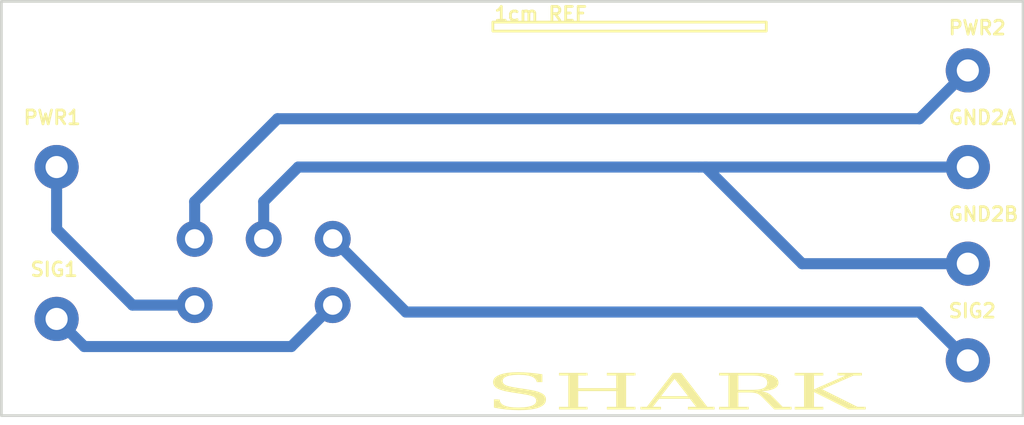
<source format=kicad_pcb>
(kicad_pcb
	(version 20241229)
	(generator "pcbnew")
	(generator_version "9.0")
	(general
		(thickness 1.6)
		(legacy_teardrops no)
	)
	(paper "USLetter")
	(layers
		(0 "F.Cu" signal)
		(2 "B.Cu" signal)
		(9 "F.Adhes" user "F.Adhesive")
		(11 "B.Adhes" user "B.Adhesive")
		(13 "F.Paste" user)
		(15 "B.Paste" user)
		(5 "F.SilkS" user "F.Silkscreen")
		(7 "B.SilkS" user "B.Silkscreen")
		(1 "F.Mask" user)
		(3 "B.Mask" user)
		(17 "Dwgs.User" user "User.Drawings")
		(19 "Cmts.User" user "User.Comments")
		(21 "Eco1.User" user "User.Eco1")
		(23 "Eco2.User" user "User.Eco2")
		(25 "Edge.Cuts" user)
		(27 "Margin" user)
		(31 "F.CrtYd" user "F.Courtyard")
		(29 "B.CrtYd" user "B.Courtyard")
		(35 "F.Fab" user)
		(33 "B.Fab" user)
		(39 "User.1" user)
		(41 "User.2" user)
		(43 "User.3" user)
		(45 "User.4" user)
	)
	(setup
		(pad_to_mask_clearance 0)
		(allow_soldermask_bridges_in_footprints no)
		(tenting front back)
		(pcbplotparams
			(layerselection 0x00000000_00000000_55555555_57555575)
			(plot_on_all_layers_selection 0x00000000_00000000_00000000_00000000)
			(disableapertmacros no)
			(usegerberextensions no)
			(usegerberattributes yes)
			(usegerberadvancedattributes yes)
			(creategerberjobfile yes)
			(dashed_line_dash_ratio 12.000000)
			(dashed_line_gap_ratio 3.000000)
			(svgprecision 4)
			(plotframeref yes)
			(mode 1)
			(useauxorigin no)
			(hpglpennumber 1)
			(hpglpenspeed 20)
			(hpglpendiameter 15.000000)
			(pdf_front_fp_property_popups yes)
			(pdf_back_fp_property_popups yes)
			(pdf_metadata yes)
			(pdf_single_document no)
			(dxfpolygonmode yes)
			(dxfimperialunits yes)
			(dxfusepcbnewfont yes)
			(psnegative no)
			(psa4output no)
			(plot_black_and_white yes)
			(sketchpadsonfab no)
			(plotpadnumbers no)
			(hidednponfab no)
			(sketchdnponfab yes)
			(crossoutdnponfab yes)
			(subtractmaskfromsilk no)
			(outputformat 1)
			(mirror no)
			(drillshape 0)
			(scaleselection 1)
			(outputdirectory "./")
		)
	)
	(net 0 "")
	(gr_rect
		(start 116.8 100.75)
		(end 126.7 101.0754)
		(stroke
			(width 0.1)
			(type default)
		)
		(fill no)
		(layer "F.SilkS")
		(uuid "277671f6-ed98-49f0-b638-a50a04be8546")
	)
	(gr_rect
		(start 99 100)
		(end 136 115)
		(stroke
			(width 0.1)
			(type solid)
		)
		(fill no)
		(layer "Edge.Cuts")
		(uuid "d5273e84-89c8-4797-a5f6-e29fdcc501db")
	)
	(gr_rect
		(start 110 100)
		(end 117 100)
		(stroke
			(width 0.05)
			(type default)
		)
		(fill no)
		(layer "Edge.Cuts")
		(uuid "e6a35c8c-262c-4fbd-87aa-fde90ce9a64d")
	)
	(gr_text "SIG2"
		(at 133.25 111.5 0)
		(layer "F.SilkS")
		(uuid "233145b6-24ad-4f65-af3b-0b12cd672cd2")
		(effects
			(font
				(size 0.5 0.5)
				(thickness 0.1)
			)
			(justify left bottom)
		)
	)
	(gr_text "GND2A"
		(at 133.25 104.5 0)
		(layer "F.SilkS")
		(uuid "37355a12-dff4-42c1-849b-14f6f051e991")
		(effects
			(font
				(size 0.5 0.5)
				(thickness 0.1)
			)
			(justify left bottom)
		)
	)
	(gr_text "PWR1"
		(at 99.75 104.5 0)
		(layer "F.SilkS")
		(uuid "3e5c27d9-2075-4395-b6dc-3485e5b8d040")
		(effects
			(font
				(size 0.5 0.5)
				(thickness 0.1)
			)
			(justify left bottom)
		)
	)
	(gr_text "PWR2"
		(at 133.25 101.25 0)
		(layer "F.SilkS")
		(uuid "56b21ea1-00d6-4f84-b19a-43da95b474b7")
		(effects
			(font
				(size 0.5 0.5)
				(thickness 0.1)
			)
			(justify left bottom)
		)
	)
	(gr_text "GND2B"
		(at 133.25 108 0)
		(layer "F.SilkS")
		(uuid "836e279e-c99a-4aa6-ba0f-f35ed08a344b")
		(effects
			(font
				(size 0.5 0.5)
				(thickness 0.1)
			)
			(justify left bottom)
		)
	)
	(gr_text "SIG1"
		(at 100 110 0)
		(layer "F.SilkS")
		(uuid "92c89a17-0b2c-4b33-892d-317e83b5a408")
		(effects
			(font
				(size 0.5 0.5)
				(thickness 0.1)
			)
			(justify left bottom)
		)
	)
	(gr_text "SHARK"
		(at 116.5 115 0)
		(layer "F.SilkS")
		(uuid "badcdbda-43f2-4a4e-b256-b59e66b93820")
		(effects
			(font
				(face "Garamond")
				(size 1.3 2.6)
				(thickness 0.1)
			)
			(justify left bottom)
		)
		(render_cache "SHARK" 0
			(polygon
				(pts
					(xy 117.911992 113.688095) (xy 117.92628 113.75525) (xy 117.919136 113.833835) (xy 117.910245 113.89837)
					(xy 117.883574 113.901862) (xy 117.86754 113.900116) (xy 117.817056 113.819912) (xy 117.752231 113.760798)
					(xy 117.674808 113.718418) (xy 117.578821 113.687007) (xy 117.46964 113.667951) (xy 117.343639 113.661344)
					(xy 117.212863 113.668082) (xy 117.103618 113.687212) (xy 117.011359 113.718259) (xy 116.937672 113.759532)
					(xy 116.895739 113.803157) (xy 116.881812 113.850663) (xy 116.891535 113.887466) (xy 116.920972 113.922409)
					(xy 116.972463 113.956475) (xy 117.101845 114.00649) (xy 117.436036 114.100865) (xy 117.697887 114.173417)
					(xy 117.842773 114.221363) (xy 117.951535 114.272142) (xy 118.027409 114.328683) (xy 118.073722 114.392412)
					(xy 118.089642 114.464818) (xy 118.07871 114.526514) (xy 118.046095 114.585433) (xy 117.991053 114.642468)
					(xy 117.917052 114.693645) (xy 117.828957 114.735026) (xy 117.725451 114.76749) (xy 117.610996 114.789573)
					(xy 117.465893 114.804139) (xy 117.283311 114.809481) (xy 117.047599 114.799714) (xy 116.82323 114.770665)
					(xy 116.707277 114.746629) (xy 116.665108 114.732801) (xy 116.643339 114.717524) (xy 116.63669 114.702558)
					(xy 116.640183 114.67803) (xy 116.667013 114.508159) (xy 116.679396 114.459976) (xy 116.706067 114.453863)
					(xy 116.731786 114.459579) (xy 116.745122 114.481011) (xy 116.775335 114.548996) (xy 116.841251 114.61272)
					(xy 116.947538 114.673743) (xy 117.076132 114.721645) (xy 117.211577 114.749401) (xy 117.357768 114.758678)
					(xy 117.493567 114.751301) (xy 117.616226 114.729626) (xy 117.721713 114.693961) (xy 117.800861 114.645564)
					(xy 117.851757 114.589865) (xy 117.86754 114.538561) (xy 117.85651 114.492856) (xy 117.82339 114.4498)
					(xy 117.766252 114.4083) (xy 117.691099 114.372667) (xy 117.562161 114.327338) (xy 117.359673 114.270101)
					(xy 117.082582 114.194308) (xy 116.961826 114.154605) (xy 116.828061 114.091744) (xy 116.737978 114.028948)
					(xy 116.697202 113.974564) (xy 116.682889 113.909483) (xy 116.695122 113.850248) (xy 116.731032 113.796575)
					(xy 116.791137 113.747127) (xy 116.878161 113.701034) (xy 116.979948 113.664868) (xy 117.098919 113.638299)
					(xy 117.23831 113.62155) (xy 117.40222 113.615622) (xy 117.576544 113.621074) (xy 117.714815 113.635943)
					(xy 117.809403 113.656221)
				)
			)
			(polygon
				(pts
					(xy 118.311744 114.78408) (xy 118.31349 114.767093) (xy 118.377263 114.755314) (xy 118.453832 114.748518)
					(xy 118.568227 114.739234) (xy 118.613543 114.732166) (xy 118.642852 114.7219) (xy 118.661646 114.70867)
					(xy 118.680301 114.679048) (xy 118.686413 114.649374) (xy 118.68292 114.58206) (xy 118.684666 114.520065)
					(xy 118.681174 114.447513) (xy 118.686413 114.334636) (xy 118.69181 114.262481) (xy 118.69181 114.020772)
					(xy 118.697208 113.896385) (xy 118.702606 113.803829) (xy 118.695462 113.715322) (xy 118.66879 113.69762)
					(xy 118.540832 113.687857) (xy 118.425415 113.681665) (xy 118.416524 113.664837) (xy 118.418271 113.647056)
					(xy 118.483996 113.64523) (xy 118.65101 113.646103) (xy 119.027583 113.643405) (xy 119.322397 113.641023)
					(xy 119.325889 113.656105) (xy 119.317793 113.669917) (xy 119.290327 113.676585) (xy 119.082106 113.691122)
					(xy 119.015994 113.704923) (xy 118.987727 113.731895) (xy 118.974241 113.800337) (xy 118.983131 114.09134)
					(xy 118.990275 114.173259) (xy 119.221109 114.181991) (xy 119.292233 114.183737) (xy 119.55323 114.181991)
					(xy 119.725642 114.18461) (xy 120.176673 114.177545) (xy 120.27796 114.174053) (xy 120.288597 113.87789)
					(xy 120.284155 113.753228) (xy 120.276214 113.715243) (xy 120.251289 113.69508) (xy 120.066653 113.680951)
					(xy 120.009818 113.676585) (xy 120.000928 113.645548) (xy 120.07729 113.641023) (xy 120.194453 113.643246)
					(xy 120.519431 113.646103) (xy 120.867587 113.641023) (xy 120.858696 113.676585) (xy 120.787331 113.687109)
					(xy 120.697081 113.693334) (xy 120.595793 113.703098) (xy 120.572006 113.719786) (xy 120.562137 113.753424)
					(xy 120.563883 113.772792) (xy 120.565629 113.814307) (xy 120.565629 113.915833) (xy 120.567376 113.979416)
					(xy 120.563883 114.061493) (xy 120.565629 114.215092) (xy 120.562137 114.359879) (xy 120.567376 114.494902)
					(xy 120.565629 114.614129) (xy 120.572076 114.669761) (xy 120.586903 114.6997) (xy 120.622465 114.717401)
					(xy 120.766299 114.733277) (xy 120.861798 114.74793) (xy 120.893306 114.756138) (xy 120.908816 114.765918)
					(xy 120.913785 114.777015) (xy 120.908387 114.788207) (xy 120.899656 114.78916) (xy 120.876477 114.787334)
					(xy 120.680005 114.773553) (xy 120.46974 114.768839) (xy 120.232714 114.7713) (xy 119.940441 114.78916)
					(xy 119.936948 114.771935) (xy 119.940441 114.75471) (xy 120.004388 114.741849) (xy 120.114439 114.732166)
					(xy 120.196129 114.722336) (xy 120.254781 114.703669) (xy 120.279478 114.684749) (xy 120.288597 114.656438)
					(xy 120.286692 114.528241) (xy 120.29209 114.465056) (xy 120.286692 114.244303) (xy 120.267165 114.229142)
					(xy 120.177091 114.225919) (xy 119.79486 114.232714) (xy 119.666901 114.235413) (xy 119.488457 114.23319)
					(xy 119.237144 114.230967) (xy 119.132363 114.231841) (xy 119.041713 114.232714) (xy 119.005023 114.235048)
					(xy 118.98583 114.240652) (xy 118.975217 114.250532) (xy 118.970748 114.269466) (xy 118.972494 114.330509)
					(xy 118.963604 114.495458) (xy 118.961857 114.546102) (xy 118.967556 114.655712) (xy 118.979638 114.70486)
					(xy 118.992781 114.720918) (xy 119.011549 114.730181) (xy 119.150144 114.748518) (xy 119.274452 114.765426)
					(xy 119.285088 114.774316) (xy 119.277944 114.781381) (xy 119.24778 114.785826) (xy 119.213965 114.78535)
					(xy 119.137602 114.78408) (xy 118.912166 114.780825) (xy 118.757536 114.779) (xy 118.393504 114.783365)
				)
			)
			(polygon
				(pts
					(xy 122.307044 113.586014) (xy 122.378271 113.663864) (xy 122.441988 113.749137) (xy 122.546769 113.887336)
					(xy 122.816816 114.25367) (xy 122.96065 114.452514) (xy 123.109883 114.660646) (xy 123.14745 114.695369)
					(xy 123.175608 114.711845) (xy 123.242128 114.722561) (xy 123.322936 114.733277) (xy 123.436606 114.753598)
					(xy 123.44375 114.769315) (xy 123.438353 114.783127) (xy 123.358497 114.78408) (xy 123.038759 114.779)
					(xy 122.861109 114.775189) (xy 122.64631 114.777729) (xy 122.602651 114.775824) (xy 122.564549 114.773919)
					(xy 122.525495 114.773919) (xy 122.489933 114.768601) (xy 122.498824 114.744549) (xy 122.537878 114.738357)
					(xy 122.724419 114.732087) (xy 122.7926 114.728363) (xy 122.834596 114.722244) (xy 122.845233 114.698112)
					(xy 122.799035 114.614923) (xy 122.743152 114.529988) (xy 122.553913 114.265259) (xy 122.426113 114.259068)
					(xy 122.046046 114.260814) (xy 121.934122 114.259941) (xy 121.800924 114.264307) (xy 121.770601 114.30217)
					(xy 121.614384 114.544435) (xy 121.528381 114.669467) (xy 121.514842 114.696763) (xy 121.530877 114.723196)
					(xy 121.630418 114.73288) (xy 121.871889 114.743438) (xy 121.891416 114.761219) (xy 121.886018 114.777888)
					(xy 121.763616 114.779) (xy 121.433241 114.773919) (xy 121.308934 114.772094) (xy 121.179228 114.773919)
					(xy 121.092229 114.779) (xy 120.982051 114.776062) (xy 120.982051 114.770109) (xy 120.989195 114.751376)
					(xy 121.033489 114.743438) (xy 121.074448 114.743438) (xy 121.116995 114.742565) (xy 121.27877 114.730102)
					(xy 121.334431 114.708076) (xy 121.385296 114.671441) (xy 121.476391 114.570549) (xy 121.59311 114.414491)
					(xy 121.662329 114.318522) (xy 121.740089 114.216362) (xy 121.82569 114.216362) (xy 121.836327 114.219934)
					(xy 122.269736 114.225252) (xy 122.513112 114.220807) (xy 122.472311 114.155716) (xy 122.344352 113.984496)
					(xy 122.182737 113.778428) (xy 122.164956 113.762394) (xy 122.086847 113.854235) (xy 121.923485 114.070939)
					(xy 121.875382 114.140158) (xy 121.844265 114.188262) (xy 121.82569 114.216362) (xy 121.740089 114.216362)
					(xy 121.747581 114.206519) (xy 121.914595 113.972748) (xy 122.102723 113.720243) (xy 122.193374 113.586887)
					(xy 122.24497 113.58514)
				)
			)
			(polygon
				(pts
					(xy 124.650097 113.640208) (xy 124.827077 113.650867) (xy 124.937027 113.665154) (xy 125.036222 113.689249)
					(xy 125.119959 113.721943) (xy 125.190087 113.763902) (xy 125.242367 113.81205) (xy 125.273624 113.863511)
					(xy 125.28423 113.919326) (xy 125.270788 113.980819) (xy 125.231645 114.035113) (xy 125.166351 114.083891)
					(xy 125.071583 114.128151) (xy 124.941472 114.168099) (xy 124.849075 114.194691) (xy 125.017834 114.347416)
					(xy 125.243429 114.53991) (xy 125.370641 114.636617) (xy 125.429811 114.674537) (xy 125.486256 114.699181)
					(xy 125.555071 114.719624) (xy 125.642093 114.735387) (xy 125.802892 114.753598) (xy 125.804638 114.766696)
					(xy 125.802892 114.779) (xy 125.232793 114.780746) (xy 125.168813 114.779) (xy 124.872254 114.514191)
					(xy 124.609351 114.275102) (xy 124.555872 114.242365) (xy 124.521399 114.228586) (xy 124.48343 114.22185)
					(xy 124.429954 114.219299) (xy 124.278975 114.220172) (xy 124.229284 114.219299) (xy 124.223886 114.336621)
					(xy 124.223886 114.642865) (xy 124.238175 114.690333) (xy 124.257146 114.705497) (xy 124.286913 114.71764)
					(xy 124.337914 114.727931) (xy 124.486789 114.748518) (xy 124.559659 114.757012) (xy 124.573789 114.779873)
					(xy 124.506317 114.78408) (xy 124.280881 114.780666) (xy 124.225792 114.779) (xy 123.984162 114.78154)
					(xy 123.74793 114.78027) (xy 123.586315 114.78408) (xy 123.550753 114.780031) (xy 123.54726 114.769871)
					(xy 123.572185 114.748518) (xy 123.865252 114.727165) (xy 123.885435 114.719464) (xy 123.9078 114.700494)
					(xy 123.9078 114.69073) (xy 123.922088 114.529908) (xy 123.92558 114.453467) (xy 123.920183 114.347734)
					(xy 123.923834 114.227792) (xy 123.922088 114.004737) (xy 123.923834 113.844789) (xy 123.914777 113.760012)
					(xy 124.218647 113.760012) (xy 124.227538 113.924962) (xy 124.225792 113.99291) (xy 124.232777 114.168496)
					(xy 124.3039 114.169369) (xy 124.435992 114.165895) (xy 124.598714 114.154367) (xy 124.708312 114.138585)
					(xy 124.788747 114.1169) (xy 124.853753 114.085727) (xy 124.910355 114.039664) (xy 124.947138 113.987354)
					(xy 124.959253 113.933773) (xy 124.941365 113.874047) (xy 124.88289 113.806766) (xy 124.807567 113.761302)
					(xy 124.68476 113.721196) (xy 124.58946 113.702623) (xy 124.478786 113.690891) (xy 124.34994 113.686745)
					(xy 124.225792 113.689365) (xy 124.218647 113.760012) (xy 123.914777 113.760012) (xy 123.914078 113.753472)
					(xy 123.892718 113.721275) (xy 123.844006 113.704293) (xy 123.723005 113.689762) (xy 123.572027 113.67595)
					(xy 123.557897 113.66317) (xy 123.563295 113.649596) (xy 123.587057 113.644837) (xy 123.644897 113.641976)
					(xy 123.693794 113.64015) (xy 123.769204 113.638245) (xy 123.914944 113.638245) (xy 124.382009 113.635943)
				)
			)
			(polygon
				(pts
					(xy 126.534607 114.207471) (xy 126.60573 114.182387) (xy 126.948489 114.06062) (xy 127.43524 113.86003)
					(xy 127.618529 113.778867) (xy 127.717512 113.727149) (xy 127.742437 113.704606) (xy 127.669567 113.68746)
					(xy 127.539862 113.679284) (xy 127.434129 113.671902) (xy 127.417301 113.659915) (xy 127.429684 113.647532)
					(xy 127.495409 113.641023) (xy 127.612573 113.643563) (xy 127.838168 113.646103) (xy 127.900401 113.645627)
					(xy 128.177433 113.641976) (xy 128.243159 113.641023) (xy 128.307138 113.64277) (xy 128.299994 113.676585)
					(xy 128.121369 113.691044) (xy 128.017723 113.706035) (xy 127.808162 113.765013) (xy 127.69335 113.803356)
					(xy 127.591458 113.843598) (xy 127.133124 114.034346) (xy 126.856092 114.145079) (xy 126.877365 114.157383)
					(xy 126.930708 114.181991) (xy 127.135659 114.271864) (xy 127.434288 114.393297) (xy 127.731838 114.51457)
					(xy 127.930724 114.602778) (xy 128.07294 114.666341) (xy 128.20127 114.709512) (xy 128.318136 114.735977)
					(xy 128.426207 114.748518) (xy 128.477858 114.754443) (xy 128.507967 114.763441) (xy 128.509713 114.77249)
					(xy 128.506221 114.78408) (xy 128.42446 114.785826) (xy 128.177592 114.781222) (xy 128.015976 114.779)
					(xy 127.431589 114.78408) (xy 127.426191 114.765902) (xy 127.427937 114.758917) (xy 127.457726 114.750093)
					(xy 127.520334 114.740342) (xy 127.617935 114.731416) (xy 127.722909 114.727244) (xy 127.772601 114.725577)
					(xy 127.714019 114.695334) (xy 127.666074 114.671759) (xy 127.52224 114.606271) (xy 127.310774 114.521732)
					(xy 126.985797 114.384645)
				)
			)
			(polygon
				(pts
					(xy 125.849091 114.757805) (xy 125.875762 114.748518) (xy 126.044606 114.735517) (xy 126.158033 114.716528)
					(xy 126.18361 114.696825) (xy 126.193595 114.663344) (xy 126.191849 114.576345) (xy 126.191849 114.411237)
					(xy 126.195341 114.33932) (xy 126.184705 114.09261) (xy 126.188356 113.926629) (xy 126.177719 113.739374)
					(xy 126.154541 113.702939) (xy 126.101198 113.691429) (xy 125.90418 113.681665) (xy 125.885081 113.672002)
					(xy 125.879255 113.661344) (xy 125.886399 113.648644) (xy 126.238047 113.646103) (xy 126.422841 113.645627)
					(xy 126.653675 113.641023) (xy 126.792112 113.643722) (xy 126.811798 113.656105) (xy 126.808147 113.667695)
					(xy 126.728292 113.676585) (xy 126.588602 113.690715) (xy 126.518731 113.710321) (xy 126.492492 113.733128)
					(xy 126.481423 113.777793) (xy 126.483169 113.794701) (xy 126.479518 114.128648) (xy 126.474279 114.358609)
					(xy 126.486662 114.586903) (xy 126.497299 114.706368) (xy 126.525717 114.723672) (xy 126.59722 114.738249)
					(xy 126.71575 114.748518) (xy 126.777983 114.753678) (xy 126.78862 114.77003) (xy 126.767346 114.78408)
					(xy 126.710511 114.784953) (xy 126.540005 114.781937) (xy 126.339335 114.779) (xy 126.186451 114.78154)
					(xy 125.920055 114.78408) (xy 125.852583 114.783207)
				)
			)
		)
	)
	(gr_text "1cm REF"
		(at 116.8 100.75 0)
		(layer "F.SilkS")
		(uuid "cd92679a-a7fd-4015-8f08-afcc640778ee")
		(effects
			(font
				(size 0.5 0.5)
				(thickness 0.1)
			)
			(justify left bottom)
		)
	)
	(via
		(at 134 102.5)
		(size 1.6)
		(drill 0.8)
		(layers "F.Cu" "B.Cu")
		(net 0)
		(uuid "09e3b9f9-d9bc-4919-b15e-b34b5cee26a8")
	)
	(via
		(at 111 111)
		(size 1.3)
		(drill 0.7)
		(layers "F.Cu" "B.Cu")
		(net 0)
		(uuid "2810f536-4134-4621-9078-3c9e1710ea25")
	)
	(via
		(at 106 111)
		(size 1.3)
		(drill 0.7)
		(layers "F.Cu" "B.Cu")
		(net 0)
		(uuid "4990022c-e385-490f-92a5-c966df4b37c8")
	)
	(via
		(at 111 108.6)
		(size 1.3)
		(drill 0.7)
		(layers "F.Cu" "B.Cu")
		(net 0)
		(uuid "52b955a9-20e0-43ed-a13f-e3fe63f86ba1")
	)
	(via
		(at 134 113)
		(size 1.6)
		(drill 0.8)
		(layers "F.Cu" "B.Cu")
		(net 0)
		(uuid "52c1ab32-5c2d-4dea-a2f9-a7feed0f72bb")
	)
	(via
		(at 101 111.5)
		(size 1.6)
		(drill 0.8)
		(layers "F.Cu" "B.Cu")
		(net 0)
		(uuid "535530aa-100d-401a-a2f3-1fdd3cc14f21")
	)
	(via
		(at 108.5 108.6)
		(size 1.3)
		(drill 0.7)
		(layers "F.Cu" "B.Cu")
		(net 0)
		(uuid "637d2e27-f84a-4cff-af1b-8253668af6ba")
	)
	(via
		(at 134 106)
		(size 1.6)
		(drill 0.8)
		(layers "F.Cu" "B.Cu")
		(net 0)
		(uuid "667d84fb-ad2a-4de4-ab36-9461d23e8dc0")
	)
	(via
		(at 101 106)
		(size 1.6)
		(drill 0.8)
		(layers "F.Cu" "B.Cu")
		(net 0)
		(uuid "9fc3d059-2b60-4421-a0c9-9492ddd24e2e")
	)
	(via
		(at 134 109.5)
		(size 1.6)
		(drill 0.8)
		(layers "F.Cu" "B.Cu")
		(net 0)
		(uuid "bc31feb3-8b77-416e-8de8-12b35f40bd3c")
	)
	(via
		(at 106 108.6)
		(size 1.3)
		(drill 0.7)
		(layers "F.Cu" "B.Cu")
		(net 0)
		(uuid "e96c735e-9793-481a-8a7f-f9fe52b906bb")
	)
	(segment
		(start 109 104.25)
		(end 132.25 104.25)
		(width 0.4)
		(layer "B.Cu")
		(net 0)
		(uuid "0aa2d476-6bd9-41ac-abec-bd2d04b58917")
	)
	(segment
		(start 108.5 107.25)
		(end 109.75 106)
		(width 0.4)
		(layer "B.Cu")
		(net 0)
		(uuid "0bd7947c-f29a-419f-88c6-20aabbe54c38")
	)
	(segment
		(start 111 111)
		(end 109.5 112.5)
		(width 0.4)
		(layer "B.Cu")
		(net 0)
		(uuid "144fef53-208d-4a9e-9448-d00b646bcf0f")
	)
	(segment
		(start 124.5 106)
		(end 134 106)
		(width 0.4)
		(layer "B.Cu")
		(net 0)
		(uuid "17cee57e-e934-46e8-b8ec-cd2f8aa12aeb")
	)
	(segment
		(start 106 111)
		(end 103.75 111)
		(width 0.4)
		(layer "B.Cu")
		(net 0)
		(uuid "2fc5b710-4cf2-44d5-aa90-8d38f523f169")
	)
	(segment
		(start 101 108.25)
		(end 101 106)
		(width 0.4)
		(layer "B.Cu")
		(net 0)
		(uuid "3668114a-2c99-466c-a09c-ad1eca1a92ef")
	)
	(segment
		(start 103.75 111)
		(end 101 108.25)
		(width 0.4)
		(layer "B.Cu")
		(net 0)
		(uuid "4c8d0490-b50b-4241-aab9-a354854804a1")
	)
	(segment
		(start 132.25 111.25)
		(end 134 113)
		(width 0.4)
		(layer "B.Cu")
		(net 0)
		(uuid "4e1135c4-6fc9-4ceb-93f0-8664a2b2a675")
	)
	(segment
		(start 109.75 106)
		(end 124.25 106)
		(width 0.4)
		(layer "B.Cu")
		(net 0)
		(uuid "6b129b13-326b-4ee7-b068-c74986bd12e4")
	)
	(segment
		(start 128 109.5)
		(end 134 109.5)
		(width 0.4)
		(layer "B.Cu")
		(net 0)
		(uuid "72487459-281d-40b6-82e1-b0935fe8a2d7")
	)
	(segment
		(start 108.5 108.6)
		(end 108.5 107.25)
		(width 0.4)
		(layer "B.Cu")
		(net 0)
		(uuid "740d04ef-6f0d-49da-a00d-b15569ea8344")
	)
	(segment
		(start 102 112.5)
		(end 101 111.5)
		(width 0.4)
		(layer "B.Cu")
		(net 0)
		(uuid "89197137-83cb-4037-a308-bf229f8c0342")
	)
	(segment
		(start 124.5 106)
		(end 128 109.5)
		(width 0.4)
		(layer "B.Cu")
		(net 0)
		(uuid "8a10e06d-79fe-4085-b010-f33a3088a4a2")
	)
	(segment
		(start 113.65 111.25)
		(end 132.25 111.25)
		(width 0.4)
		(layer "B.Cu")
		(net 0)
		(uuid "95792773-06db-4a5f-82b6-88ca591a9cab")
	)
	(segment
		(start 109.5 112.5)
		(end 102 112.5)
		(width 0.4)
		(layer "B.Cu")
		(net 0)
		(uuid "95a02ac9-f529-48f4-98e5-3bc99e3ad478")
	)
	(segment
		(start 111 108.6)
		(end 113.65 111.25)
		(width 0.4)
		(layer "B.Cu")
		(net 0)
		(uuid "9d66bb1b-da09-4aaf-bb24-226057a45978")
	)
	(segment
		(start 124.25 106)
		(end 124.5 106)
		(width 0.4)
		(layer "B.Cu")
		(net 0)
		(uuid "b5fd3183-5bcf-4e00-a53a-13d41736a6a1")
	)
	(segment
		(start 106 108.6)
		(end 106 107.25)
		(width 0.4)
		(layer "B.Cu")
		(net 0)
		(uuid "b9d64358-407c-44da-b800-b4774e8cdb03")
	)
	(segment
		(start 106 107.25)
		(end 109 104.25)
		(width 0.4)
		(layer "B.Cu")
		(net 0)
		(uuid "bfe2738f-2c8b-484b-b70d-69b4c36f8351")
	)
	(segment
		(start 132.25 104.25)
		(end 134 102.5)
		(width 0.4)
		(layer "B.Cu")
		(net 0)
		(uuid "f22ab808-3c86-4478-a3d1-cc4ac1128ea3")
	)
	(embedded_fonts no)
)

</source>
